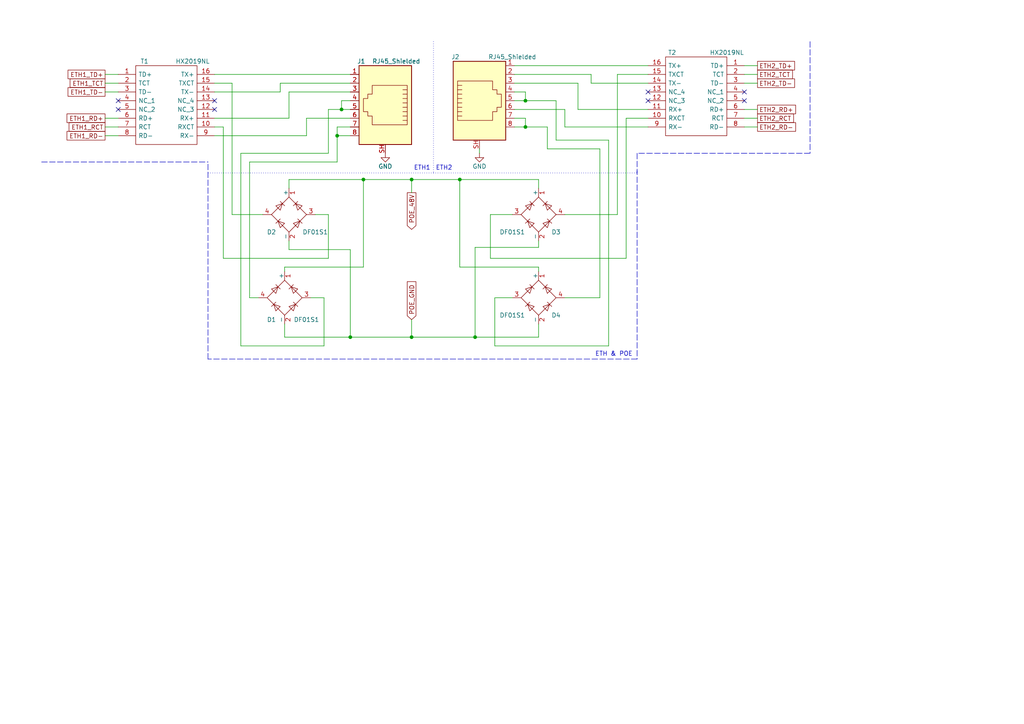
<source format=kicad_sch>
(kicad_sch (version 20211123) (generator eeschema)
  (paper "A4")
  (title_block (title "PatekBoard - IO") (date "2022-05-02") (rev "0.1") (company "Pátek - zájmový kroužek, z.s."))
  (lib_symbols
    (symbol "Connector:RJ45_Shielded" (pin_names (offset 1.016))
      (property "Reference" "J?" (at -6.35 -11.43 0))
      (property "Value" "RJ45_Shielded" (at -6.35 15.24 0))
      (symbol "RJ45_Shielded_0_1"
        (polyline (pts (xy -5.08 4.445) (xy -6.35 4.445)))
        (polyline (pts (xy -5.08 5.715) (xy -6.35 5.715)))
        (polyline (pts (xy -6.35 -3.175) (xy -5.08 -3.175) (xy -5.08 -3.175)))
        (polyline (pts (xy -6.35 -1.905) (xy -5.08 -1.905) (xy -5.08 -1.905)))
        (polyline (pts (xy -6.35 -0.635) (xy -5.08 -0.635) (xy -5.08 -0.635)))
        (polyline (pts (xy -6.35 0.635) (xy -5.08 0.635) (xy -5.08 0.635)))
        (polyline (pts (xy -6.35 1.905) (xy -5.08 1.905) (xy -5.08 1.905)))
        (polyline (pts (xy -5.08 3.175) (xy -6.35 3.175) (xy -6.35 3.175)))
        (polyline (pts (xy -6.35 -4.445) (xy -6.35 6.985) (xy 3.81 6.985) (xy 3.81 4.445) (xy 5.08 4.445) (xy 5.08 3.175) (xy 6.35 3.175) (xy 6.35 -0.635) (xy 5.08 -0.635) (xy 5.08 -1.905) (xy 3.81 -1.905) (xy 3.81 -4.445) (xy -6.35 -4.445) (xy -6.35 -4.445)))
        (rectangle (start 7.62 12.7) (end -7.62 -10.16) (stroke (width 0.254)) (fill (type background)))
      )
      (symbol "RJ45_Shielded_1_1"
        (pin passive line (at 10.16 11.43 180) (length 2.54) (name "~") (number "1"))
        (pin passive line (at 10.16 8.89 180) (length 2.54) (name "~") (number "2"))
        (pin passive line (at 10.16 6.35 180) (length 2.54) (name "~") (number "3"))
        (pin passive line (at 10.16 3.81 180) (length 2.54) (name "~") (number "4"))
        (pin passive line (at 10.16 1.27 180) (length 2.54) (name "~") (number "5"))
        (pin passive line (at 10.16 -1.27 180) (length 2.54) (name "~") (number "6"))
        (pin passive line (at 10.16 -3.81 180) (length 2.54) (name "~") (number "7"))
        (pin passive line (at 10.16 -6.35 180) (length 2.54) (name "~") (number "8"))
        (pin passive line (at 0 -12.7 90) (length 2.54) (name "~") (number "SH"))
      )
    )
    (symbol "Diode_Bridge:DF01S1" (pin_names (offset 0))
      (property "Reference" "D" (at 2.54 6.985 0))
      (property "Value" "DF01S1" (at 2.54 5.08 0))
      (symbol "DF01S1_0_1"
        (polyline (pts (xy -2.54 3.81) (xy -1.27 2.54)))
        (polyline (pts (xy -1.27 -2.54) (xy -2.54 -3.81)))
        (polyline (pts (xy 2.54 -1.27) (xy 3.81 -2.54)))
        (polyline (pts (xy 2.54 1.27) (xy 3.81 2.54)))
        (polyline (pts (xy -3.81 2.54) (xy -2.54 1.27) (xy -1.905 3.175) (xy -3.81 2.54)))
        (polyline (pts (xy -2.54 -1.27) (xy -3.81 -2.54) (xy -1.905 -3.175) (xy -2.54 -1.27)))
        (polyline (pts (xy 1.27 2.54) (xy 2.54 3.81) (xy 3.175 1.905) (xy 1.27 2.54)))
        (polyline (pts (xy 3.175 -1.905) (xy 1.27 -2.54) (xy 2.54 -3.81) (xy 3.175 -1.905)))
        (polyline (pts (xy -5.08 0) (xy 0 -5.08) (xy 5.08 0) (xy 0 5.08) (xy -5.08 0)))
      )
      (symbol "DF01S1_1_1"
        (pin passive line (at 7.62 0 180) (length 2.54) (name "+") (number "1"))
        (pin passive line (at -7.62 0 0) (length 2.54) (name "-") (number "2"))
        (pin passive line (at 0 -7.62 90) (length 2.54) (name "~") (number "3"))
        (pin passive line (at 0 7.62 270) (length 2.54) (name "~") (number "4"))
      )
    )
    (symbol "RJ45_Shielded_1" (pin_names (offset 1.016))
      (property "Reference" "J1" (at 6.35 11.43 0))
      (property "Value" "RJ45_Shielded_1" (at 6.35 -15.24 0))
      (symbol "RJ45_Shielded_1_0_1"
        (polyline (pts (xy -5.08 4.445) (xy -6.35 4.445)))
        (polyline (pts (xy -5.08 5.715) (xy -6.35 5.715)))
        (polyline (pts (xy -6.35 -3.175) (xy -5.08 -3.175) (xy -5.08 -3.175)))
        (polyline (pts (xy -6.35 -1.905) (xy -5.08 -1.905) (xy -5.08 -1.905)))
        (polyline (pts (xy -6.35 -0.635) (xy -5.08 -0.635) (xy -5.08 -0.635)))
        (polyline (pts (xy -6.35 0.635) (xy -5.08 0.635) (xy -5.08 0.635)))
        (polyline (pts (xy -6.35 1.905) (xy -5.08 1.905) (xy -5.08 1.905)))
        (polyline (pts (xy -5.08 3.175) (xy -6.35 3.175) (xy -6.35 3.175)))
        (polyline (pts (xy -6.35 -4.445) (xy -6.35 6.985) (xy 3.81 6.985) (xy 3.81 4.445) (xy 5.08 4.445) (xy 5.08 3.175) (xy 6.35 3.175) (xy 6.35 -0.635) (xy 5.08 -0.635) (xy 5.08 -1.905) (xy 3.81 -1.905) (xy 3.81 -4.445) (xy -6.35 -4.445) (xy -6.35 -4.445)))
        (rectangle (start 7.62 12.7) (end -7.62 -10.16) (stroke (width 0.254)) (fill (type background)))
      )
      (symbol "RJ45_Shielded_1_1_1"
        (pin passive line (at 10.16 -7.62 180) (length 2.54) (name "~") (number "1"))
        (pin passive line (at 10.16 -5.08 180) (length 2.54) (name "~") (number "2"))
        (pin passive line (at 10.16 -2.54 180) (length 2.54) (name "~") (number "3"))
        (pin passive line (at 10.16 0 180) (length 2.54) (name "~") (number "4"))
        (pin passive line (at 10.16 2.54 180) (length 2.54) (name "~") (number "5"))
        (pin passive line (at 10.16 5.08 180) (length 2.54) (name "~") (number "6"))
        (pin passive line (at 10.16 7.62 180) (length 2.54) (name "~") (number "7"))
        (pin passive line (at 10.16 10.16 180) (length 2.54) (name "~") (number "8"))
        (pin passive line (at 0 15.24 270) (length 2.54) (name "~") (number "SH"))
      )
    )
    (symbol "patekboard:HX2019NL" (pin_names (offset 0.762))
      (property "Reference" "T" (at 24.13 7.62 0))
      (property "Value" "HX2019NL" (at 24.13 5.08 0))
      (symbol "HX2019NL_0_0"
        (pin passive line (at 0 0 0) (length 5.08) (name "TD+") (number "1"))
        (pin passive line (at 27.94 -15.24 180) (length 5.08) (name "RXCT") (number "10"))
        (pin passive line (at 27.94 -12.7 180) (length 5.08) (name "RX+") (number "11"))
        (pin passive line (at 27.94 -10.16 180) (length 5.08) (name "NC_3") (number "12"))
        (pin passive line (at 27.94 -7.62 180) (length 5.08) (name "NC_4") (number "13"))
        (pin passive line (at 27.94 -5.08 180) (length 5.08) (name "TX-") (number "14"))
        (pin passive line (at 27.94 -2.54 180) (length 5.08) (name "TXCT") (number "15"))
        (pin passive line (at 27.94 0 180) (length 5.08) (name "TX+") (number "16"))
        (pin passive line (at 0 -2.54 0) (length 5.08) (name "TCT") (number "2"))
        (pin passive line (at 0 -5.08 0) (length 5.08) (name "TD-") (number "3"))
        (pin passive line (at 0 -7.62 0) (length 5.08) (name "NC_1") (number "4"))
        (pin passive line (at 0 -10.16 0) (length 5.08) (name "NC_2") (number "5"))
        (pin passive line (at 0 -12.7 0) (length 5.08) (name "RD+") (number "6"))
        (pin passive line (at 0 -15.24 0) (length 5.08) (name "RCT") (number "7"))
        (pin passive line (at 0 -17.78 0) (length 5.08) (name "RD-") (number "8"))
        (pin passive line (at 27.94 -17.78 180) (length 5.08) (name "RX-") (number "9"))
      )
      (symbol "HX2019NL_0_1"
        (polyline (pts (xy 5.08 2.54) (xy 22.86 2.54) (xy 22.86 -20.32) (xy 5.08 -20.32) (xy 5.08 2.54)) (stroke (width 0.1524)))
      )
    )
    (symbol "power:GND" (power) (pin_names (offset 0))
      (property "Value" "GND" (at 0 -3.81 0))
      (symbol "GND_0_1"
        (polyline (pts (xy 0 0) (xy 0 -1.27) (xy 1.27 -1.27) (xy 0 -2.54) (xy -1.27 -1.27) (xy 0 -1.27)))
      )
      (symbol "GND_1_1"
        (pin power_in line (at 0 0 270) (length 0) hide (name "GND") (number "1"))
      )
    )
  )
  (junction (at 99.06 31.75))
  (junction (at 105.41 52.07))
  (junction (at 119.38 52.07))
  (junction (at 101.6 97.79))
  (junction (at 152.4 29.21))
  (junction (at 152.4 36.83))
  (junction (at 137.795 97.79))
  (junction (at 119.38 97.79))
  (junction (at 97.79 39.37))
  (junction (at 133.35 52.07))
  (no_connect (at 187.96 26.67))
  (no_connect (at 187.96 29.21))
  (no_connect (at 215.9 26.67))
  (no_connect (at 215.9 29.21))
  (no_connect (at 34.29 29.21))
  (no_connect (at 34.29 31.75))
  (no_connect (at 62.23 31.75))
  (no_connect (at 62.23 29.21))
  (wire (pts (xy 149.225 24.13) (xy 167.64 24.13)))
  (wire (pts (xy 149.225 26.67) (xy 152.4 26.67)))
  (wire (pts (xy 119.38 52.07) (xy 133.35 52.07)))
  (wire (pts (xy 105.41 77.47) (xy 105.41 52.07)))
  (wire (pts (xy 99.06 29.21) (xy 99.06 31.75)))
  (wire (pts (xy 173.99 86.36) (xy 173.99 43.18)))
  (polyline (pts (xy 125.73 50.165) (xy 184.785 50.165)) (stroke (width 0) (type dot)))
  (wire (pts (xy 83.82 26.67) (xy 101.6 26.67)))
  (wire (pts (xy 83.82 69.85) (xy 83.82 72.39)))
  (wire (pts (xy 83.82 72.39) (xy 101.6 72.39)))
  (polyline (pts (xy 234.95 12.065) (xy 234.95 44.45)))
  (wire (pts (xy 67.31 24.13) (xy 62.23 24.13)))
  (wire (pts (xy 215.9 34.29) (xy 219.71 34.29)))
  (wire (pts (xy 179.07 21.59) (xy 179.07 62.23)))
  (wire (pts (xy 95.25 44.45) (xy 69.85 44.45)))
  (polyline (pts (xy 60.325 104.14) (xy 60.325 46.99)))
  (wire (pts (xy 97.79 46.99) (xy 72.39 46.99)))
  (wire (pts (xy 99.06 31.75) (xy 101.6 31.75)))
  (wire (pts (xy 181.61 34.29) (xy 187.96 34.29)))
  (wire (pts (xy 158.75 36.83) (xy 158.75 43.18)))
  (wire (pts (xy 119.38 92.71) (xy 119.38 97.79)))
  (polyline (pts (xy 125.73 50.165) (xy 60.325 50.165)) (stroke (width 0) (type dot)))
  (wire (pts (xy 161.29 29.21) (xy 161.29 40.64)))
  (wire (pts (xy 69.85 44.45) (xy 69.85 100.33)))
  (wire (pts (xy 30.48 36.83) (xy 34.29 36.83)))
  (wire (pts (xy 95.25 74.93) (xy 64.77 74.93)))
  (wire (pts (xy 105.41 52.07) (xy 119.38 52.07)))
  (wire (pts (xy 215.9 24.13) (xy 219.71 24.13)))
  (wire (pts (xy 137.795 97.79) (xy 156.21 97.79)))
  (wire (pts (xy 152.4 36.83) (xy 158.75 36.83)))
  (wire (pts (xy 156.21 52.07) (xy 156.21 54.61)))
  (wire (pts (xy 215.9 19.05) (xy 219.71 19.05)))
  (wire (pts (xy 30.48 24.13) (xy 34.29 24.13)))
  (wire (pts (xy 143.51 100.33) (xy 143.51 86.36)))
  (wire (pts (xy 82.55 93.98) (xy 82.55 97.79)))
  (wire (pts (xy 152.4 29.21) (xy 149.225 29.21)))
  (wire (pts (xy 167.64 24.13) (xy 167.64 31.75)))
  (wire (pts (xy 101.6 36.83) (xy 97.79 36.83)))
  (wire (pts (xy 139.065 43.18) (xy 139.065 44.45)))
  (wire (pts (xy 142.24 74.93) (xy 142.24 62.23)))
  (wire (pts (xy 163.83 86.36) (xy 173.99 86.36)))
  (wire (pts (xy 156.21 97.79) (xy 156.21 93.98)))
  (wire (pts (xy 30.48 26.67) (xy 34.29 26.67)))
  (wire (pts (xy 176.53 100.33) (xy 143.51 100.33)))
  (wire (pts (xy 62.23 34.29) (xy 83.82 34.29)))
  (wire (pts (xy 101.6 29.21) (xy 99.06 29.21)))
  (wire (pts (xy 101.6 97.79) (xy 119.38 97.79)))
  (wire (pts (xy 62.23 21.59) (xy 101.6 21.59)))
  (polyline (pts (xy 184.785 50.165) (xy 184.785 49.53)))
  (wire (pts (xy 88.9 34.29) (xy 88.9 39.37)))
  (wire (pts (xy 69.85 100.33) (xy 93.98 100.33)))
  (wire (pts (xy 72.39 46.99) (xy 72.39 86.36)))
  (wire (pts (xy 215.9 21.59) (xy 219.71 21.59)))
  (wire (pts (xy 81.28 26.67) (xy 81.28 24.13)))
  (wire (pts (xy 156.21 77.47) (xy 133.35 77.47)))
  (wire (pts (xy 143.51 86.36) (xy 148.59 86.36)))
  (wire (pts (xy 90.17 86.36) (xy 93.98 86.36)))
  (polyline (pts (xy 12.065 46.99) (xy 60.325 46.99)))
  (wire (pts (xy 156.21 71.755) (xy 137.795 71.755)))
  (wire (pts (xy 95.25 62.23) (xy 95.25 74.93)))
  (polyline (pts (xy 234.95 44.45) (xy 184.785 44.45)))
  (wire (pts (xy 64.77 36.83) (xy 64.77 74.93)))
  (wire (pts (xy 83.82 34.29) (xy 83.82 26.67)))
  (wire (pts (xy 119.38 97.79) (xy 137.795 97.79)))
  (wire (pts (xy 30.48 21.59) (xy 34.29 21.59)))
  (wire (pts (xy 149.225 19.05) (xy 187.96 19.05)))
  (wire (pts (xy 149.225 21.59) (xy 171.45 21.59)))
  (wire (pts (xy 62.23 39.37) (xy 88.9 39.37)))
  (wire (pts (xy 99.06 31.75) (xy 95.25 31.75)))
  (wire (pts (xy 161.29 40.64) (xy 176.53 40.64)))
  (wire (pts (xy 171.45 21.59) (xy 171.45 24.13)))
  (wire (pts (xy 72.39 86.36) (xy 74.93 86.36)))
  (wire (pts (xy 97.79 39.37) (xy 97.79 46.99)))
  (wire (pts (xy 181.61 74.93) (xy 142.24 74.93)))
  (wire (pts (xy 152.4 29.21) (xy 161.29 29.21)))
  (wire (pts (xy 149.225 34.29) (xy 152.4 34.29)))
  (wire (pts (xy 82.55 78.74) (xy 82.55 77.47)))
  (wire (pts (xy 82.55 97.79) (xy 101.6 97.79)))
  (wire (pts (xy 95.25 31.75) (xy 95.25 44.45)))
  (wire (pts (xy 142.24 62.23) (xy 148.59 62.23)))
  (wire (pts (xy 97.79 36.83) (xy 97.79 39.37)))
  (polyline (pts (xy 184.785 104.14) (xy 60.325 104.14)))
  (wire (pts (xy 163.83 31.75) (xy 149.225 31.75)))
  (polyline (pts (xy 184.785 44.45) (xy 184.785 104.14)))
  (wire (pts (xy 62.23 26.67) (xy 81.28 26.67)))
  (wire (pts (xy 163.83 36.83) (xy 163.83 31.75)))
  (wire (pts (xy 81.28 24.13) (xy 101.6 24.13)))
  (wire (pts (xy 133.35 52.07) (xy 156.21 52.07)))
  (wire (pts (xy 187.96 36.83) (xy 163.83 36.83)))
  (wire (pts (xy 156.21 69.85) (xy 156.21 71.755)))
  (wire (pts (xy 152.4 26.67) (xy 152.4 29.21)))
  (wire (pts (xy 215.9 36.83) (xy 219.71 36.83)))
  (wire (pts (xy 83.82 52.07) (xy 105.41 52.07)))
  (wire (pts (xy 173.99 43.18) (xy 158.75 43.18)))
  (wire (pts (xy 97.79 39.37) (xy 101.6 39.37)))
  (wire (pts (xy 215.9 31.75) (xy 219.71 31.75)))
  (wire (pts (xy 30.48 34.29) (xy 34.29 34.29)))
  (wire (pts (xy 62.23 36.83) (xy 64.77 36.83)))
  (wire (pts (xy 176.53 40.64) (xy 176.53 100.33)))
  (wire (pts (xy 133.35 77.47) (xy 133.35 52.07)))
  (wire (pts (xy 137.795 71.755) (xy 137.795 97.79)))
  (wire (pts (xy 101.6 72.39) (xy 101.6 97.79)))
  (wire (pts (xy 181.61 34.29) (xy 181.61 74.93)))
  (wire (pts (xy 167.64 31.75) (xy 187.96 31.75)))
  (polyline (pts (xy 125.73 12.065) (xy 125.73 50.165)) (stroke (width 0) (type dot)))
  (wire (pts (xy 179.07 21.59) (xy 187.96 21.59)))
  (wire (pts (xy 82.55 77.47) (xy 105.41 77.47)))
  (wire (pts (xy 163.83 62.23) (xy 179.07 62.23)))
  (wire (pts (xy 152.4 34.29) (xy 152.4 36.83)))
  (wire (pts (xy 67.31 62.23) (xy 76.2 62.23)))
  (wire (pts (xy 119.38 55.88) (xy 119.38 52.07)))
  (wire (pts (xy 149.225 36.83) (xy 152.4 36.83)))
  (wire (pts (xy 83.82 54.61) (xy 83.82 52.07)))
  (wire (pts (xy 171.45 24.13) (xy 187.96 24.13)))
  (wire (pts (xy 93.98 86.36) (xy 93.98 100.33)))
  (wire (pts (xy 101.6 34.29) (xy 88.9 34.29)))
  (wire (pts (xy 156.21 78.74) (xy 156.21 77.47)))
  (wire (pts (xy 67.31 24.13) (xy 67.31 62.23)))
  (wire (pts (xy 30.48 39.37) (xy 34.29 39.37)))
  (wire (pts (xy 91.44 62.23) (xy 95.25 62.23)))
  (text "ETH1" (at 120.015 49.53 0) (effects (font (size 1.27 1.27)) (justify left bottom)))
  (text "ETH & POE" (at 183.515 103.505 180) (effects (font (size 1.27 1.27)) (justify right bottom)))
  (text "ETH2" (at 126.365 49.53 0) (effects (font (size 1.27 1.27)) (justify left bottom)))
  (global_label "ETH2_RD+" (shape passive) (at 219.71 31.75 0) (property "Intersheet References" "${INTERSHEET_REFS}" (effects hide)))
  (global_label "ETH2_TD+" (shape passive) (at 219.71 19.05 0) (property "Intersheet References" "${INTERSHEET_REFS}" (effects hide)))
  (global_label "ETH1_TD+" (shape passive) (at 30.48 21.59 180) (property "Intersheet References" "${INTERSHEET_REFS}" (effects hide)))
  (global_label "ETH2_TD-" (shape passive) (at 219.71 24.13 0) (property "Intersheet References" "${INTERSHEET_REFS}" (effects hide)))
  (global_label "ETH1_TD-" (shape passive) (at 30.48 26.67 180) (property "Intersheet References" "${INTERSHEET_REFS}" (effects hide)))
  (global_label "ETH2_TCT" (shape passive) (at 219.71 21.59 0) (property "Intersheet References" "${INTERSHEET_REFS}" (effects hide)))
  (global_label "ETH1_RD-" (shape passive) (at 30.48 39.37 180) (property "Intersheet References" "${INTERSHEET_REFS}" (effects hide)))
  (global_label "ETH1_RD+" (shape passive) (at 30.48 34.29 180) (property "Intersheet References" "${INTERSHEET_REFS}" (effects hide)))
  (global_label "ETH1_RCT" (shape passive) (at 30.48 36.83 180) (property "Intersheet References" "${INTERSHEET_REFS}" (effects hide)))
  (global_label "ETH2_RCT" (shape passive) (at 219.71 34.29 0) (property "Intersheet References" "${INTERSHEET_REFS}" (effects hide)))
  (global_label "ETH2_RD-" (shape passive) (at 219.71 36.83 0) (property "Intersheet References" "${INTERSHEET_REFS}" (effects hide)))
  (global_label "POE_GND" (shape input) (at 119.38 92.71 90) (property "Intersheet References" "${INTERSHEET_REFS}" (effects hide)))
  (global_label "POE_48V" (shape output) (at 119.38 55.88 270) (property "Intersheet References" "${INTERSHEET_REFS}" (effects hide)))
  (global_label "ETH1_TCT" (shape passive) (at 30.48 24.13 180) (property "Intersheet References" "${INTERSHEET_REFS}" (effects hide)))
  (symbol (lib_id "Diode_Bridge:DF01S1") (at 156.21 86.36 270) (mirror x) (unit 1)
    (property "Reference" "D4" (at 161.29 91.44 90))
    (property "Value" "DF01S1" (at 148.59 91.44 90))
    (property "Footprint" "Diode_SMD:Diode_Bridge_OnSemi_SDIP-4L" (effects hide))
    (property "Datasheet" "https://www.onsemi.com/pdf/datasheet/df10s1-d.pdf" (effects hide))
  )
  (symbol (lib_id "Diode_Bridge:DF01S1") (at 82.55 86.36 90) (unit 1)
    (property "Reference" "D1" (at 78.74 92.71 90))
    (property "Value" "DF01S1" (at 88.9 92.71 90))
    (property "Footprint" "Diode_SMD:Diode_Bridge_OnSemi_SDIP-4L" (effects hide))
    (property "Datasheet" "https://www.onsemi.com/pdf/datasheet/df10s1-d.pdf" (effects hide))
  )
  (symbol (lib_id "Diode_Bridge:DF01S1") (at 156.21 62.23 270) (mirror x) (unit 1)
    (property "Reference" "D3" (at 161.29 67.31 90))
    (property "Value" "DF01S1" (at 148.59 67.31 90))
    (property "Footprint" "Diode_SMD:Diode_Bridge_OnSemi_SDIP-4L" (effects hide))
    (property "Datasheet" "https://www.onsemi.com/pdf/datasheet/df10s1-d.pdf" (effects hide))
  )
  (symbol (lib_id "power:GND") (at 139.065 44.45 0) (unit 1)
    (property "Reference" "#PWR02" (effects hide))
    (property "Value" "GND" (at 139.065 48.26 0))
  )
  (symbol (lib_id "Connector:RJ45_Shielded") (at 139.065 30.48 0) (unit 1)
    (property "Reference" "J2" (at 132.08 16.51 0))
    (property "Value" "RJ45_Shielded" (at 148.59 16.51 0))
  )
  (symbol (lib_id "patekboard:HX2019NL") (at 34.29 21.59 0) (unit 1)
    (property "Reference" "T1" (at 41.91 17.78 0))
    (property "Value" "HX2019NL" (at 55.88 17.78 0))
    (property "Footprint" "SOIC127P965X597-16N" (effects hide))
    (property "Datasheet" "https://componentsearchengine.com/Datasheets/1/HX2019NL.pdf" (effects hide))
    (property "Description" "Telecom Transformer 1:1 0.75Ohm Prim. DCR 0.75Ohm Sec. DCR 16Term. Gull Wing SMD" (effects hide))
    (property "Height" "5.97" (effects hide))
    (property "Manufacturer_Name" "Pulse" (effects hide))
    (property "Manufacturer_Part_Number" "HX2019NL" (effects hide))
    (property "Mouser Part Number" "673-HX2019NL" (effects hide))
    (property "Mouser Price/Stock" "https://www.mouser.co.uk/ProductDetail/Pulse-Electronics/HX2019NL?qs=FYSZt3XajFQVfar7evYpGg%3D%3D" (effects hide))
    (property "Arrow Part Number" "HX2019NL" (effects hide))
    (property "Arrow Price/Stock" "https://www.arrow.com/en/products/hx2019nl/pulse-electronics-corporation?region=nac" (effects hide))
  )
  (symbol (lib_id "power:GND") (at 111.76 44.45 0) (unit 1)
    (property "Reference" "#PWR01" (effects hide))
    (property "Value" "GND" (at 111.76 48.26 0))
  )
  (symbol (lib_name "RJ45_Shielded_1") (lib_id "Connector:RJ45_Shielded") (at 111.76 29.21 180) (unit 1)
    (property "Reference" "J1" (at 104.775 17.78 0))
    (property "Value" "RJ45_Shielded" (at 114.935 17.78 0))
  )
  (symbol (lib_id "Diode_Bridge:DF01S1") (at 83.82 62.23 90) (unit 1)
    (property "Reference" "D2" (at 78.74 67.31 90))
    (property "Value" "DF01S1" (at 91.44 67.31 90))
    (property "Footprint" "Diode_SMD:Diode_Bridge_OnSemi_SDIP-4L" (effects hide))
    (property "Datasheet" "https://www.onsemi.com/pdf/datasheet/df10s1-d.pdf" (effects hide))
  )
  (symbol (lib_id "patekboard:HX2019NL") (at 215.9 19.05 0) (mirror y) (unit 1)
    (property "Reference" "T2" (at 194.945 15.24 0))
    (property "Value" "HX2019NL" (at 210.82 15.24 0))
    (property "Footprint" "SOIC127P965X597-16N" (effects hide))
    (property "Datasheet" "https://componentsearchengine.com/Datasheets/1/HX2019NL.pdf" (effects hide))
    (property "Description" "Telecom Transformer 1:1 0.75Ohm Prim. DCR 0.75Ohm Sec. DCR 16Term. Gull Wing SMD" (effects hide))
    (property "Height" "5.97" (effects hide))
    (property "Manufacturer_Name" "Pulse" (effects hide))
    (property "Manufacturer_Part_Number" "HX2019NL" (effects hide))
    (property "Mouser Part Number" "673-HX2019NL" (effects hide))
    (property "Mouser Price/Stock" "https://www.mouser.co.uk/ProductDetail/Pulse-Electronics/HX2019NL?qs=FYSZt3XajFQVfar7evYpGg%3D%3D" (effects hide))
    (property "Arrow Part Number" "HX2019NL" (effects hide))
    (property "Arrow Price/Stock" "https://www.arrow.com/en/products/hx2019nl/pulse-electronics-corporation?region=nac" (effects hide))
  )
)
</source>
